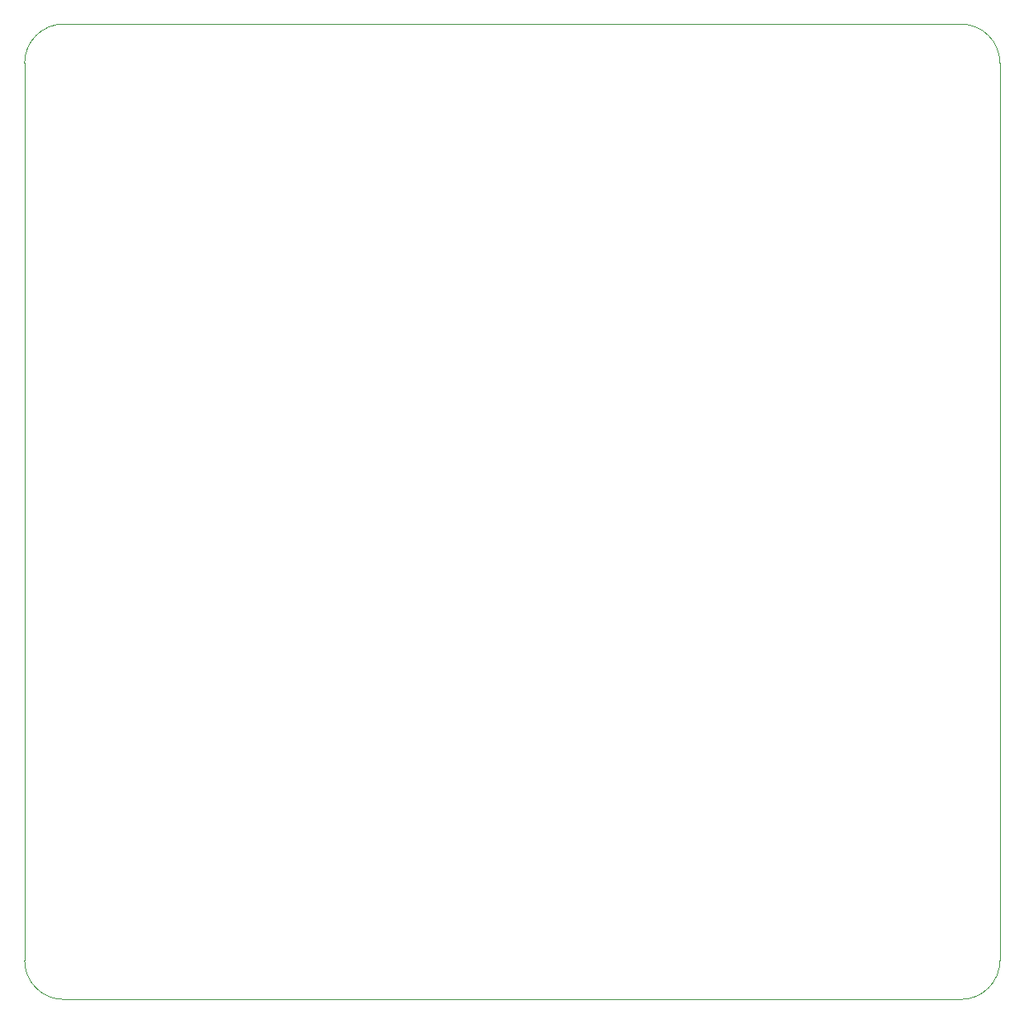
<source format=gm1>
G04 #@! TF.GenerationSoftware,KiCad,Pcbnew,8.0.8*
G04 #@! TF.CreationDate,2025-02-17T18:47:29+01:00*
G04 #@! TF.ProjectId,tesi,74657369-2e6b-4696-9361-645f70636258,rev?*
G04 #@! TF.SameCoordinates,Original*
G04 #@! TF.FileFunction,Profile,NP*
%FSLAX46Y46*%
G04 Gerber Fmt 4.6, Leading zero omitted, Abs format (unit mm)*
G04 Created by KiCad (PCBNEW 8.0.8) date 2025-02-17 18:47:29*
%MOMM*%
%LPD*%
G01*
G04 APERTURE LIST*
G04 #@! TA.AperFunction,Profile*
%ADD10C,0.038100*%
G04 #@! TD*
G04 APERTURE END LIST*
D10*
X50661335Y-129123932D02*
X50661335Y-37123932D01*
X54661335Y-33123932D02*
X146661335Y-33123932D01*
X146661335Y-33123932D02*
G75*
G02*
X150661368Y-37123932I-35J-4000068D01*
G01*
X146661335Y-133123932D02*
X54661335Y-133123932D01*
X50661335Y-37123932D02*
G75*
G02*
X54661335Y-33123935I3999965J32D01*
G01*
X150661335Y-37123932D02*
X150661335Y-129123932D01*
X150661335Y-129123932D02*
G75*
G02*
X146661335Y-133123935I-4000135J132D01*
G01*
X54661335Y-133123932D02*
G75*
G02*
X50661368Y-129123932I-35J3999932D01*
G01*
M02*

</source>
